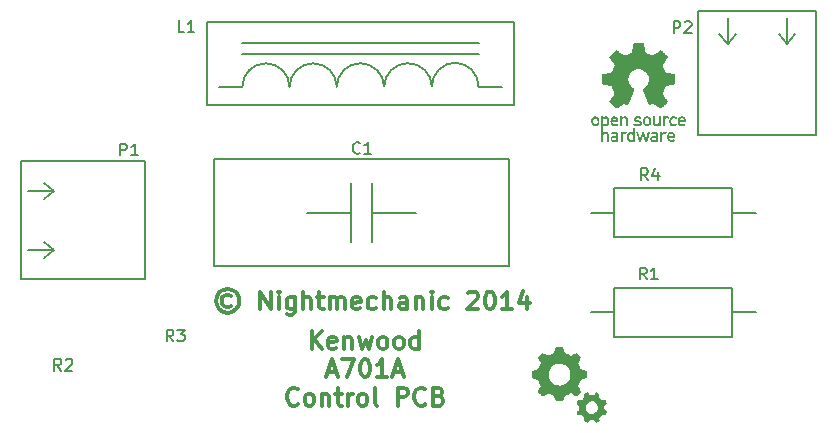
<source format=gto>
%FSLAX34Y34*%
G04 Gerber Fmt 3.4, Leading zero omitted, Abs format*
G04 (created by PCBNEW (2014-01-19 BZR 4624)-product) date 5/30/2014 10:24:27 AM*
%MOIN*%
G01*
G70*
G90*
G04 APERTURE LIST*
%ADD10C,0.005906*%
%ADD11C,0.011811*%
%ADD12C,0.007874*%
%ADD13C,0.000100*%
G04 APERTURE END LIST*
G54D10*
G54D11*
X32199Y-20427D02*
X32142Y-20399D01*
X32030Y-20399D01*
X31974Y-20427D01*
X31917Y-20483D01*
X31889Y-20539D01*
X31889Y-20652D01*
X31917Y-20708D01*
X31974Y-20764D01*
X32030Y-20793D01*
X32142Y-20793D01*
X32199Y-20764D01*
X32086Y-20202D02*
X31946Y-20230D01*
X31805Y-20314D01*
X31721Y-20455D01*
X31692Y-20596D01*
X31721Y-20736D01*
X31805Y-20877D01*
X31946Y-20961D01*
X32086Y-20989D01*
X32227Y-20961D01*
X32367Y-20877D01*
X32452Y-20736D01*
X32480Y-20596D01*
X32452Y-20455D01*
X32367Y-20314D01*
X32227Y-20230D01*
X32086Y-20202D01*
X33183Y-20877D02*
X33183Y-20286D01*
X33520Y-20877D01*
X33520Y-20286D01*
X33802Y-20877D02*
X33802Y-20483D01*
X33802Y-20286D02*
X33773Y-20314D01*
X33802Y-20343D01*
X33830Y-20314D01*
X33802Y-20286D01*
X33802Y-20343D01*
X34336Y-20483D02*
X34336Y-20961D01*
X34308Y-21017D01*
X34280Y-21046D01*
X34223Y-21074D01*
X34139Y-21074D01*
X34083Y-21046D01*
X34336Y-20849D02*
X34280Y-20877D01*
X34167Y-20877D01*
X34111Y-20849D01*
X34083Y-20821D01*
X34055Y-20764D01*
X34055Y-20596D01*
X34083Y-20539D01*
X34111Y-20511D01*
X34167Y-20483D01*
X34280Y-20483D01*
X34336Y-20511D01*
X34617Y-20877D02*
X34617Y-20286D01*
X34870Y-20877D02*
X34870Y-20568D01*
X34842Y-20511D01*
X34786Y-20483D01*
X34701Y-20483D01*
X34645Y-20511D01*
X34617Y-20539D01*
X35067Y-20483D02*
X35292Y-20483D01*
X35151Y-20286D02*
X35151Y-20793D01*
X35179Y-20849D01*
X35236Y-20877D01*
X35292Y-20877D01*
X35489Y-20877D02*
X35489Y-20483D01*
X35489Y-20539D02*
X35517Y-20511D01*
X35573Y-20483D01*
X35658Y-20483D01*
X35714Y-20511D01*
X35742Y-20568D01*
X35742Y-20877D01*
X35742Y-20568D02*
X35770Y-20511D01*
X35826Y-20483D01*
X35911Y-20483D01*
X35967Y-20511D01*
X35995Y-20568D01*
X35995Y-20877D01*
X36501Y-20849D02*
X36445Y-20877D01*
X36332Y-20877D01*
X36276Y-20849D01*
X36248Y-20793D01*
X36248Y-20568D01*
X36276Y-20511D01*
X36332Y-20483D01*
X36445Y-20483D01*
X36501Y-20511D01*
X36529Y-20568D01*
X36529Y-20624D01*
X36248Y-20680D01*
X37035Y-20849D02*
X36979Y-20877D01*
X36867Y-20877D01*
X36811Y-20849D01*
X36782Y-20821D01*
X36754Y-20764D01*
X36754Y-20596D01*
X36782Y-20539D01*
X36811Y-20511D01*
X36867Y-20483D01*
X36979Y-20483D01*
X37035Y-20511D01*
X37289Y-20877D02*
X37289Y-20286D01*
X37542Y-20877D02*
X37542Y-20568D01*
X37514Y-20511D01*
X37457Y-20483D01*
X37373Y-20483D01*
X37317Y-20511D01*
X37289Y-20539D01*
X38076Y-20877D02*
X38076Y-20568D01*
X38048Y-20511D01*
X37992Y-20483D01*
X37879Y-20483D01*
X37823Y-20511D01*
X38076Y-20849D02*
X38020Y-20877D01*
X37879Y-20877D01*
X37823Y-20849D01*
X37795Y-20793D01*
X37795Y-20736D01*
X37823Y-20680D01*
X37879Y-20652D01*
X38020Y-20652D01*
X38076Y-20624D01*
X38357Y-20483D02*
X38357Y-20877D01*
X38357Y-20539D02*
X38385Y-20511D01*
X38442Y-20483D01*
X38526Y-20483D01*
X38582Y-20511D01*
X38610Y-20568D01*
X38610Y-20877D01*
X38892Y-20877D02*
X38892Y-20483D01*
X38892Y-20286D02*
X38863Y-20314D01*
X38892Y-20343D01*
X38920Y-20314D01*
X38892Y-20286D01*
X38892Y-20343D01*
X39426Y-20849D02*
X39370Y-20877D01*
X39257Y-20877D01*
X39201Y-20849D01*
X39173Y-20821D01*
X39145Y-20764D01*
X39145Y-20596D01*
X39173Y-20539D01*
X39201Y-20511D01*
X39257Y-20483D01*
X39370Y-20483D01*
X39426Y-20511D01*
X40101Y-20343D02*
X40129Y-20314D01*
X40185Y-20286D01*
X40326Y-20286D01*
X40382Y-20314D01*
X40410Y-20343D01*
X40438Y-20399D01*
X40438Y-20455D01*
X40410Y-20539D01*
X40073Y-20877D01*
X40438Y-20877D01*
X40804Y-20286D02*
X40860Y-20286D01*
X40916Y-20314D01*
X40944Y-20343D01*
X40973Y-20399D01*
X41001Y-20511D01*
X41001Y-20652D01*
X40973Y-20764D01*
X40944Y-20821D01*
X40916Y-20849D01*
X40860Y-20877D01*
X40804Y-20877D01*
X40748Y-20849D01*
X40719Y-20821D01*
X40691Y-20764D01*
X40663Y-20652D01*
X40663Y-20511D01*
X40691Y-20399D01*
X40719Y-20343D01*
X40748Y-20314D01*
X40804Y-20286D01*
X41563Y-20877D02*
X41226Y-20877D01*
X41394Y-20877D02*
X41394Y-20286D01*
X41338Y-20371D01*
X41282Y-20427D01*
X41226Y-20455D01*
X42069Y-20483D02*
X42069Y-20877D01*
X41929Y-20258D02*
X41788Y-20680D01*
X42154Y-20680D01*
X34887Y-22196D02*
X34887Y-21605D01*
X35224Y-22196D02*
X34971Y-21858D01*
X35224Y-21605D02*
X34887Y-21943D01*
X35703Y-22168D02*
X35646Y-22196D01*
X35534Y-22196D01*
X35478Y-22168D01*
X35449Y-22111D01*
X35449Y-21886D01*
X35478Y-21830D01*
X35534Y-21802D01*
X35646Y-21802D01*
X35703Y-21830D01*
X35731Y-21886D01*
X35731Y-21943D01*
X35449Y-21999D01*
X35984Y-21802D02*
X35984Y-22196D01*
X35984Y-21858D02*
X36012Y-21830D01*
X36068Y-21802D01*
X36152Y-21802D01*
X36209Y-21830D01*
X36237Y-21886D01*
X36237Y-22196D01*
X36462Y-21802D02*
X36574Y-22196D01*
X36687Y-21915D01*
X36799Y-22196D01*
X36912Y-21802D01*
X37221Y-22196D02*
X37165Y-22168D01*
X37137Y-22140D01*
X37109Y-22083D01*
X37109Y-21915D01*
X37137Y-21858D01*
X37165Y-21830D01*
X37221Y-21802D01*
X37305Y-21802D01*
X37362Y-21830D01*
X37390Y-21858D01*
X37418Y-21915D01*
X37418Y-22083D01*
X37390Y-22140D01*
X37362Y-22168D01*
X37305Y-22196D01*
X37221Y-22196D01*
X37755Y-22196D02*
X37699Y-22168D01*
X37671Y-22140D01*
X37643Y-22083D01*
X37643Y-21915D01*
X37671Y-21858D01*
X37699Y-21830D01*
X37755Y-21802D01*
X37840Y-21802D01*
X37896Y-21830D01*
X37924Y-21858D01*
X37952Y-21915D01*
X37952Y-22083D01*
X37924Y-22140D01*
X37896Y-22168D01*
X37840Y-22196D01*
X37755Y-22196D01*
X38458Y-22196D02*
X38458Y-21605D01*
X38458Y-22168D02*
X38402Y-22196D01*
X38290Y-22196D01*
X38233Y-22168D01*
X38205Y-22140D01*
X38177Y-22083D01*
X38177Y-21915D01*
X38205Y-21858D01*
X38233Y-21830D01*
X38290Y-21802D01*
X38402Y-21802D01*
X38458Y-21830D01*
X35435Y-22972D02*
X35717Y-22972D01*
X35379Y-23141D02*
X35576Y-22550D01*
X35773Y-23141D01*
X35913Y-22550D02*
X36307Y-22550D01*
X36054Y-23141D01*
X36645Y-22550D02*
X36701Y-22550D01*
X36757Y-22578D01*
X36785Y-22606D01*
X36813Y-22663D01*
X36841Y-22775D01*
X36841Y-22916D01*
X36813Y-23028D01*
X36785Y-23084D01*
X36757Y-23113D01*
X36701Y-23141D01*
X36645Y-23141D01*
X36588Y-23113D01*
X36560Y-23084D01*
X36532Y-23028D01*
X36504Y-22916D01*
X36504Y-22775D01*
X36532Y-22663D01*
X36560Y-22606D01*
X36588Y-22578D01*
X36645Y-22550D01*
X37404Y-23141D02*
X37066Y-23141D01*
X37235Y-23141D02*
X37235Y-22550D01*
X37179Y-22634D01*
X37123Y-22691D01*
X37066Y-22719D01*
X37629Y-22972D02*
X37910Y-22972D01*
X37573Y-23141D02*
X37769Y-22550D01*
X37966Y-23141D01*
X34437Y-24029D02*
X34409Y-24057D01*
X34325Y-24086D01*
X34268Y-24086D01*
X34184Y-24057D01*
X34128Y-24001D01*
X34100Y-23945D01*
X34071Y-23832D01*
X34071Y-23748D01*
X34100Y-23636D01*
X34128Y-23579D01*
X34184Y-23523D01*
X34268Y-23495D01*
X34325Y-23495D01*
X34409Y-23523D01*
X34437Y-23551D01*
X34775Y-24086D02*
X34718Y-24057D01*
X34690Y-24029D01*
X34662Y-23973D01*
X34662Y-23804D01*
X34690Y-23748D01*
X34718Y-23720D01*
X34775Y-23692D01*
X34859Y-23692D01*
X34915Y-23720D01*
X34943Y-23748D01*
X34971Y-23804D01*
X34971Y-23973D01*
X34943Y-24029D01*
X34915Y-24057D01*
X34859Y-24086D01*
X34775Y-24086D01*
X35224Y-23692D02*
X35224Y-24086D01*
X35224Y-23748D02*
X35253Y-23720D01*
X35309Y-23692D01*
X35393Y-23692D01*
X35449Y-23720D01*
X35478Y-23776D01*
X35478Y-24086D01*
X35674Y-23692D02*
X35899Y-23692D01*
X35759Y-23495D02*
X35759Y-24001D01*
X35787Y-24057D01*
X35843Y-24086D01*
X35899Y-24086D01*
X36096Y-24086D02*
X36096Y-23692D01*
X36096Y-23804D02*
X36124Y-23748D01*
X36152Y-23720D01*
X36209Y-23692D01*
X36265Y-23692D01*
X36546Y-24086D02*
X36490Y-24057D01*
X36462Y-24029D01*
X36434Y-23973D01*
X36434Y-23804D01*
X36462Y-23748D01*
X36490Y-23720D01*
X36546Y-23692D01*
X36631Y-23692D01*
X36687Y-23720D01*
X36715Y-23748D01*
X36743Y-23804D01*
X36743Y-23973D01*
X36715Y-24029D01*
X36687Y-24057D01*
X36631Y-24086D01*
X36546Y-24086D01*
X37080Y-24086D02*
X37024Y-24057D01*
X36996Y-24001D01*
X36996Y-23495D01*
X37755Y-24086D02*
X37755Y-23495D01*
X37980Y-23495D01*
X38037Y-23523D01*
X38065Y-23551D01*
X38093Y-23607D01*
X38093Y-23692D01*
X38065Y-23748D01*
X38037Y-23776D01*
X37980Y-23804D01*
X37755Y-23804D01*
X38683Y-24029D02*
X38655Y-24057D01*
X38571Y-24086D01*
X38515Y-24086D01*
X38430Y-24057D01*
X38374Y-24001D01*
X38346Y-23945D01*
X38318Y-23832D01*
X38318Y-23748D01*
X38346Y-23636D01*
X38374Y-23579D01*
X38430Y-23523D01*
X38515Y-23495D01*
X38571Y-23495D01*
X38655Y-23523D01*
X38683Y-23551D01*
X39133Y-23776D02*
X39218Y-23804D01*
X39246Y-23832D01*
X39274Y-23889D01*
X39274Y-23973D01*
X39246Y-24029D01*
X39218Y-24057D01*
X39161Y-24086D01*
X38937Y-24086D01*
X38937Y-23495D01*
X39133Y-23495D01*
X39190Y-23523D01*
X39218Y-23551D01*
X39246Y-23607D01*
X39246Y-23664D01*
X39218Y-23720D01*
X39190Y-23748D01*
X39133Y-23776D01*
X38937Y-23776D01*
G54D10*
X40452Y-11988D02*
X32578Y-11988D01*
X32578Y-12381D02*
X40452Y-12381D01*
X40452Y-13464D02*
X41240Y-13464D01*
X32559Y-13464D02*
X31791Y-13464D01*
X40452Y-13464D02*
G75*
G03X39685Y-12657I-787J19D01*
G74*
G01*
X39685Y-12657D02*
G75*
G03X38897Y-13444I0J-787D01*
G74*
G01*
X38897Y-13444D02*
G75*
G03X38090Y-12677I-787J-19D01*
G74*
G01*
X38090Y-12677D02*
G75*
G03X37303Y-13464I0J-787D01*
G74*
G01*
X37303Y-13464D02*
G75*
G03X36515Y-12677I-787J0D01*
G74*
G01*
X36515Y-12677D02*
G75*
G03X35728Y-13464I0J-787D01*
G74*
G01*
X35728Y-13464D02*
G75*
G03X34940Y-12677I-787J0D01*
G74*
G01*
X34940Y-12677D02*
G75*
G03X34153Y-13464I0J-787D01*
G74*
G01*
X34153Y-13464D02*
G75*
G03X33366Y-12677I-787J0D01*
G74*
G01*
X33366Y-12677D02*
G75*
G03X32578Y-13464I0J-787D01*
G74*
G01*
X31397Y-11299D02*
X41633Y-11299D01*
X41633Y-11299D02*
X41633Y-14055D01*
X41633Y-14055D02*
X31397Y-14055D01*
X31397Y-14055D02*
X31397Y-11299D01*
X36909Y-16673D02*
X36909Y-18641D01*
X36200Y-16673D02*
X36200Y-18641D01*
X36909Y-17657D02*
X38385Y-17657D01*
X34724Y-17657D02*
X36200Y-17657D01*
X31633Y-15885D02*
X41476Y-15885D01*
X41476Y-15885D02*
X41476Y-19429D01*
X41476Y-19429D02*
X31633Y-19429D01*
X31633Y-19429D02*
X31633Y-15885D01*
X26318Y-18897D02*
X25964Y-19173D01*
X25433Y-18897D02*
X26318Y-18897D01*
X26318Y-18897D02*
X25964Y-18622D01*
X26318Y-16929D02*
X25964Y-17204D01*
X25433Y-16929D02*
X26318Y-16929D01*
X26318Y-16929D02*
X25964Y-16653D01*
X29330Y-15944D02*
X29330Y-19881D01*
X29330Y-19881D02*
X25196Y-19881D01*
X25196Y-15944D02*
X29330Y-15944D01*
X25196Y-19881D02*
X25196Y-15944D01*
X48759Y-12047D02*
X48484Y-11692D01*
X48759Y-11161D02*
X48759Y-12047D01*
X48759Y-12047D02*
X49035Y-11692D01*
X50728Y-12047D02*
X50452Y-11692D01*
X50728Y-11161D02*
X50728Y-12047D01*
X50728Y-12047D02*
X51003Y-11692D01*
X51712Y-15059D02*
X47775Y-15059D01*
X47775Y-15059D02*
X47775Y-10925D01*
X51712Y-10925D02*
X51712Y-15059D01*
X47775Y-10925D02*
X51712Y-10925D01*
G54D12*
X44980Y-20984D02*
X44980Y-20157D01*
X44980Y-20157D02*
X48917Y-20157D01*
X48917Y-20157D02*
X48917Y-20984D01*
X48917Y-20984D02*
X49704Y-20984D01*
X49704Y-20984D02*
X48917Y-20984D01*
X48917Y-20984D02*
X48917Y-21811D01*
X48917Y-21811D02*
X44980Y-21811D01*
X44980Y-21811D02*
X44980Y-20984D01*
X44192Y-20984D02*
X44980Y-20984D01*
X44980Y-17657D02*
X44980Y-16830D01*
X44980Y-16830D02*
X48917Y-16830D01*
X48917Y-16830D02*
X48917Y-17657D01*
X48917Y-17657D02*
X49704Y-17657D01*
X49704Y-17657D02*
X48917Y-17657D01*
X48917Y-17657D02*
X48917Y-18484D01*
X48917Y-18484D02*
X44980Y-18484D01*
X44980Y-18484D02*
X44980Y-17657D01*
X44192Y-17657D02*
X44980Y-17657D01*
G54D13*
G36*
X43043Y-23951D02*
X43006Y-23853D01*
X42970Y-23754D01*
X42936Y-23745D01*
X42921Y-23740D01*
X42905Y-23735D01*
X42885Y-23728D01*
X42859Y-23718D01*
X42826Y-23704D01*
X42794Y-23691D01*
X42787Y-23689D01*
X42778Y-23689D01*
X42766Y-23692D01*
X42750Y-23698D01*
X42726Y-23709D01*
X42693Y-23724D01*
X42683Y-23728D01*
X42652Y-23743D01*
X42624Y-23756D01*
X42602Y-23765D01*
X42587Y-23771D01*
X42583Y-23773D01*
X42577Y-23768D01*
X42563Y-23757D01*
X42545Y-23739D01*
X42522Y-23717D01*
X42502Y-23697D01*
X42427Y-23622D01*
X42473Y-23524D01*
X42519Y-23427D01*
X42515Y-23419D01*
X43156Y-23419D01*
X43211Y-23413D01*
X43275Y-23397D01*
X43333Y-23371D01*
X43383Y-23336D01*
X43427Y-23295D01*
X43462Y-23248D01*
X43489Y-23197D01*
X43508Y-23142D01*
X43518Y-23084D01*
X43518Y-23026D01*
X43509Y-22967D01*
X43490Y-22910D01*
X43460Y-22855D01*
X43420Y-22804D01*
X43411Y-22794D01*
X43360Y-22751D01*
X43305Y-22719D01*
X43247Y-22698D01*
X43187Y-22687D01*
X43127Y-22686D01*
X43068Y-22695D01*
X43011Y-22714D01*
X42957Y-22742D01*
X42909Y-22779D01*
X42866Y-22825D01*
X42830Y-22880D01*
X42821Y-22897D01*
X42798Y-22959D01*
X42787Y-23023D01*
X42789Y-23088D01*
X42802Y-23155D01*
X42805Y-23164D01*
X42829Y-23222D01*
X42864Y-23276D01*
X42908Y-23323D01*
X42959Y-23362D01*
X43015Y-23391D01*
X43032Y-23398D01*
X43095Y-23414D01*
X43156Y-23419D01*
X42515Y-23419D01*
X42492Y-23370D01*
X42478Y-23341D01*
X42464Y-23310D01*
X42454Y-23283D01*
X42451Y-23274D01*
X42437Y-23234D01*
X42333Y-23198D01*
X42229Y-23162D01*
X42229Y-23052D01*
X42229Y-23010D01*
X42230Y-22978D01*
X42231Y-22957D01*
X42234Y-22944D01*
X42236Y-22939D01*
X42237Y-22939D01*
X42245Y-22936D01*
X42263Y-22930D01*
X42288Y-22921D01*
X42318Y-22911D01*
X42340Y-22903D01*
X42435Y-22870D01*
X42446Y-22840D01*
X42453Y-22822D01*
X42464Y-22797D01*
X42477Y-22768D01*
X42489Y-22744D01*
X42520Y-22677D01*
X42488Y-22608D01*
X42474Y-22578D01*
X42461Y-22549D01*
X42449Y-22525D01*
X42442Y-22510D01*
X42429Y-22480D01*
X42507Y-22403D01*
X42584Y-22326D01*
X42680Y-22372D01*
X42777Y-22418D01*
X42834Y-22389D01*
X42863Y-22375D01*
X42894Y-22362D01*
X42921Y-22351D01*
X42930Y-22347D01*
X42970Y-22334D01*
X43007Y-22229D01*
X43043Y-22124D01*
X43154Y-22125D01*
X43264Y-22127D01*
X43273Y-22152D01*
X43290Y-22203D01*
X43304Y-22244D01*
X43316Y-22276D01*
X43325Y-22300D01*
X43332Y-22317D01*
X43338Y-22328D01*
X43344Y-22335D01*
X43349Y-22339D01*
X43356Y-22341D01*
X43358Y-22342D01*
X43371Y-22346D01*
X43392Y-22355D01*
X43418Y-22366D01*
X43448Y-22381D01*
X43452Y-22383D01*
X43527Y-22420D01*
X43624Y-22374D01*
X43721Y-22328D01*
X43799Y-22405D01*
X43876Y-22482D01*
X43831Y-22578D01*
X43816Y-22609D01*
X43803Y-22637D01*
X43793Y-22659D01*
X43787Y-22674D01*
X43785Y-22679D01*
X43788Y-22687D01*
X43795Y-22703D01*
X43804Y-22724D01*
X43807Y-22729D01*
X43820Y-22758D01*
X43832Y-22792D01*
X43842Y-22820D01*
X43856Y-22868D01*
X43927Y-22894D01*
X43958Y-22905D01*
X43987Y-22916D01*
X44011Y-22925D01*
X44025Y-22930D01*
X44053Y-22941D01*
X44055Y-23051D01*
X44056Y-23162D01*
X44009Y-23179D01*
X43978Y-23190D01*
X43944Y-23203D01*
X43912Y-23214D01*
X43910Y-23215D01*
X43858Y-23234D01*
X43841Y-23287D01*
X43831Y-23318D01*
X43818Y-23351D01*
X43806Y-23379D01*
X43805Y-23383D01*
X43785Y-23426D01*
X43831Y-23524D01*
X43878Y-23621D01*
X43803Y-23697D01*
X43778Y-23722D01*
X43756Y-23743D01*
X43738Y-23759D01*
X43726Y-23770D01*
X43722Y-23773D01*
X43715Y-23770D01*
X43699Y-23763D01*
X43676Y-23752D01*
X43647Y-23739D01*
X43621Y-23726D01*
X43526Y-23680D01*
X43485Y-23700D01*
X43459Y-23711D01*
X43428Y-23724D01*
X43396Y-23736D01*
X43389Y-23738D01*
X43335Y-23757D01*
X43300Y-23852D01*
X43264Y-23948D01*
X43153Y-23950D01*
X43043Y-23951D01*
X43043Y-23951D01*
X43043Y-23951D01*
G37*
G36*
X44087Y-24657D02*
X44031Y-24634D01*
X43975Y-24611D01*
X43976Y-24549D01*
X43977Y-24487D01*
X43935Y-24446D01*
X43893Y-24404D01*
X43841Y-24406D01*
X43816Y-24406D01*
X43795Y-24408D01*
X43781Y-24409D01*
X43779Y-24409D01*
X43774Y-24408D01*
X43769Y-24401D01*
X43761Y-24387D01*
X43751Y-24365D01*
X43748Y-24359D01*
X44223Y-24359D01*
X44268Y-24355D01*
X44312Y-24342D01*
X44352Y-24318D01*
X44382Y-24291D01*
X44411Y-24254D01*
X44428Y-24215D01*
X44436Y-24172D01*
X44436Y-24139D01*
X44430Y-24095D01*
X44417Y-24057D01*
X44394Y-24024D01*
X44367Y-23995D01*
X44327Y-23966D01*
X44286Y-23948D01*
X44244Y-23941D01*
X44203Y-23942D01*
X44163Y-23952D01*
X44125Y-23970D01*
X44092Y-23995D01*
X44063Y-24025D01*
X44041Y-24060D01*
X44026Y-24099D01*
X44020Y-24142D01*
X44024Y-24186D01*
X44038Y-24233D01*
X44040Y-24238D01*
X44066Y-24280D01*
X44098Y-24313D01*
X44137Y-24338D01*
X44179Y-24353D01*
X44223Y-24359D01*
X43748Y-24359D01*
X43738Y-24333D01*
X43726Y-24304D01*
X43729Y-24297D01*
X43740Y-24285D01*
X43757Y-24269D01*
X43769Y-24259D01*
X43815Y-24221D01*
X43814Y-24166D01*
X43813Y-24111D01*
X43769Y-24066D01*
X43750Y-24047D01*
X43735Y-24031D01*
X43726Y-24019D01*
X43725Y-24015D01*
X43727Y-24007D01*
X43733Y-23991D01*
X43741Y-23968D01*
X43747Y-23952D01*
X43769Y-23895D01*
X43830Y-23896D01*
X43891Y-23898D01*
X43934Y-23855D01*
X43977Y-23813D01*
X43975Y-23751D01*
X43973Y-23689D01*
X44030Y-23665D01*
X44088Y-23642D01*
X44120Y-23677D01*
X44136Y-23696D01*
X44150Y-23713D01*
X44159Y-23723D01*
X44159Y-23724D01*
X44165Y-23730D01*
X44174Y-23733D01*
X44189Y-23735D01*
X44213Y-23736D01*
X44227Y-23736D01*
X44287Y-23736D01*
X44330Y-23690D01*
X44373Y-23643D01*
X44428Y-23667D01*
X44484Y-23690D01*
X44482Y-23750D01*
X44480Y-23810D01*
X44524Y-23854D01*
X44568Y-23898D01*
X44630Y-23898D01*
X44692Y-23899D01*
X44714Y-23953D01*
X44736Y-24008D01*
X44691Y-24049D01*
X44647Y-24089D01*
X44646Y-24150D01*
X44645Y-24210D01*
X44689Y-24248D01*
X44707Y-24266D01*
X44722Y-24281D01*
X44731Y-24292D01*
X44732Y-24295D01*
X44730Y-24305D01*
X44724Y-24323D01*
X44715Y-24345D01*
X44711Y-24354D01*
X44690Y-24403D01*
X44629Y-24402D01*
X44568Y-24401D01*
X44524Y-24445D01*
X44479Y-24489D01*
X44483Y-24548D01*
X44487Y-24608D01*
X44434Y-24630D01*
X44410Y-24640D01*
X44390Y-24647D01*
X44377Y-24652D01*
X44374Y-24652D01*
X44367Y-24648D01*
X44354Y-24636D01*
X44338Y-24619D01*
X44328Y-24609D01*
X44289Y-24566D01*
X44229Y-24566D01*
X44170Y-24566D01*
X44128Y-24612D01*
X44087Y-24657D01*
X44087Y-24657D01*
X44087Y-24657D01*
G37*
G36*
X45112Y-15292D02*
X45081Y-15292D01*
X45050Y-15292D01*
X45050Y-15278D01*
X45050Y-15173D01*
X45050Y-15152D01*
X45004Y-15152D01*
X44975Y-15153D01*
X44954Y-15155D01*
X44939Y-15158D01*
X44928Y-15163D01*
X44920Y-15171D01*
X44917Y-15177D01*
X44912Y-15188D01*
X44912Y-15196D01*
X44915Y-15206D01*
X44915Y-15207D01*
X44926Y-15222D01*
X44935Y-15228D01*
X44948Y-15231D01*
X44965Y-15233D01*
X44984Y-15234D01*
X45003Y-15233D01*
X45018Y-15232D01*
X45026Y-15229D01*
X45037Y-15219D01*
X45045Y-15203D01*
X45050Y-15183D01*
X45050Y-15173D01*
X45050Y-15278D01*
X45050Y-15268D01*
X45049Y-15263D01*
X45049Y-15263D01*
X45045Y-15266D01*
X45038Y-15272D01*
X45034Y-15275D01*
X45022Y-15284D01*
X45006Y-15290D01*
X44995Y-15292D01*
X44980Y-15294D01*
X44969Y-15296D01*
X44959Y-15295D01*
X44947Y-15294D01*
X44938Y-15292D01*
X44911Y-15284D01*
X44887Y-15271D01*
X44873Y-15257D01*
X44860Y-15235D01*
X44853Y-15210D01*
X44853Y-15184D01*
X44859Y-15160D01*
X44871Y-15138D01*
X44889Y-15120D01*
X44896Y-15116D01*
X44904Y-15111D01*
X44911Y-15108D01*
X44920Y-15106D01*
X44931Y-15104D01*
X44946Y-15103D01*
X44968Y-15102D01*
X44982Y-15102D01*
X45048Y-15100D01*
X45050Y-15080D01*
X45049Y-15059D01*
X45044Y-15044D01*
X45033Y-15033D01*
X45017Y-15027D01*
X44994Y-15024D01*
X44981Y-15023D01*
X44963Y-15024D01*
X44951Y-15025D01*
X44941Y-15029D01*
X44933Y-15034D01*
X44925Y-15039D01*
X44918Y-15041D01*
X44912Y-15040D01*
X44903Y-15035D01*
X44891Y-15025D01*
X44887Y-15022D01*
X44867Y-15007D01*
X44881Y-14994D01*
X44895Y-14982D01*
X44909Y-14974D01*
X44927Y-14969D01*
X44942Y-14965D01*
X44973Y-14962D01*
X45004Y-14963D01*
X45033Y-14968D01*
X45059Y-14977D01*
X45080Y-14990D01*
X45089Y-14999D01*
X45095Y-15007D01*
X45100Y-15014D01*
X45104Y-15023D01*
X45107Y-15033D01*
X45109Y-15047D01*
X45111Y-15064D01*
X45112Y-15086D01*
X45112Y-15114D01*
X45112Y-15149D01*
X45112Y-15170D01*
X45112Y-15292D01*
X45112Y-15292D01*
X45112Y-15292D01*
G37*
G36*
X45671Y-15292D02*
X45640Y-15292D01*
X45609Y-15292D01*
X45609Y-15276D01*
X45608Y-15264D01*
X45605Y-15260D01*
X45605Y-15131D01*
X45605Y-15103D01*
X45603Y-15082D01*
X45599Y-15066D01*
X45594Y-15053D01*
X45585Y-15043D01*
X45582Y-15040D01*
X45565Y-15031D01*
X45545Y-15026D01*
X45524Y-15028D01*
X45504Y-15035D01*
X45493Y-15044D01*
X45485Y-15056D01*
X45480Y-15073D01*
X45477Y-15096D01*
X45476Y-15125D01*
X45476Y-15128D01*
X45477Y-15149D01*
X45478Y-15168D01*
X45479Y-15183D01*
X45481Y-15191D01*
X45489Y-15206D01*
X45501Y-15219D01*
X45512Y-15226D01*
X45527Y-15230D01*
X45546Y-15230D01*
X45564Y-15226D01*
X45575Y-15222D01*
X45587Y-15212D01*
X45596Y-15198D01*
X45602Y-15180D01*
X45605Y-15155D01*
X45605Y-15131D01*
X45605Y-15260D01*
X45605Y-15260D01*
X45599Y-15263D01*
X45595Y-15267D01*
X45581Y-15278D01*
X45561Y-15286D01*
X45538Y-15292D01*
X45515Y-15294D01*
X45498Y-15292D01*
X45472Y-15283D01*
X45449Y-15268D01*
X45431Y-15247D01*
X45418Y-15223D01*
X45418Y-15220D01*
X45415Y-15208D01*
X45414Y-15188D01*
X45413Y-15160D01*
X45413Y-15125D01*
X45413Y-15125D01*
X45413Y-15097D01*
X45413Y-15076D01*
X45414Y-15061D01*
X45415Y-15049D01*
X45417Y-15040D01*
X45419Y-15032D01*
X45422Y-15024D01*
X45438Y-14999D01*
X45458Y-14981D01*
X45484Y-14969D01*
X45508Y-14963D01*
X45534Y-14963D01*
X45559Y-14970D01*
X45584Y-14984D01*
X45596Y-14992D01*
X45604Y-14997D01*
X45607Y-14998D01*
X45608Y-14995D01*
X45608Y-14984D01*
X45609Y-14967D01*
X45609Y-14945D01*
X45609Y-14921D01*
X45609Y-14916D01*
X45609Y-14833D01*
X45640Y-14833D01*
X45671Y-14833D01*
X45671Y-15063D01*
X45671Y-15292D01*
X45671Y-15292D01*
X45671Y-15292D01*
G37*
G36*
X46441Y-15292D02*
X46408Y-15292D01*
X46375Y-15292D01*
X46375Y-15178D01*
X46375Y-15151D01*
X46321Y-15152D01*
X46299Y-15153D01*
X46282Y-15154D01*
X46271Y-15156D01*
X46264Y-15158D01*
X46258Y-15161D01*
X46256Y-15162D01*
X46244Y-15176D01*
X46240Y-15191D01*
X46242Y-15206D01*
X46251Y-15219D01*
X46263Y-15227D01*
X46277Y-15232D01*
X46297Y-15234D01*
X46318Y-15234D01*
X46337Y-15232D01*
X46352Y-15229D01*
X46363Y-15222D01*
X46370Y-15214D01*
X46374Y-15201D01*
X46375Y-15182D01*
X46375Y-15178D01*
X46375Y-15292D01*
X46375Y-15277D01*
X46374Y-15261D01*
X46367Y-15271D01*
X46357Y-15279D01*
X46345Y-15286D01*
X46345Y-15286D01*
X46330Y-15290D01*
X46310Y-15293D01*
X46290Y-15294D01*
X46273Y-15294D01*
X46244Y-15286D01*
X46218Y-15273D01*
X46199Y-15254D01*
X46187Y-15234D01*
X46182Y-15215D01*
X46180Y-15192D01*
X46183Y-15171D01*
X46187Y-15157D01*
X46197Y-15138D01*
X46212Y-15123D01*
X46232Y-15112D01*
X46241Y-15108D01*
X46250Y-15105D01*
X46260Y-15104D01*
X46273Y-15103D01*
X46291Y-15102D01*
X46314Y-15102D01*
X46375Y-15102D01*
X46375Y-15074D01*
X46374Y-15058D01*
X46373Y-15048D01*
X46369Y-15041D01*
X46364Y-15035D01*
X46359Y-15031D01*
X46353Y-15028D01*
X46344Y-15026D01*
X46331Y-15026D01*
X46312Y-15025D01*
X46311Y-15025D01*
X46291Y-15026D01*
X46278Y-15026D01*
X46269Y-15028D01*
X46263Y-15031D01*
X46258Y-15035D01*
X46250Y-15041D01*
X46245Y-15044D01*
X46245Y-15044D01*
X46240Y-15042D01*
X46231Y-15035D01*
X46220Y-15027D01*
X46210Y-15018D01*
X46202Y-15010D01*
X46199Y-15006D01*
X46199Y-15005D01*
X46202Y-15000D01*
X46211Y-14992D01*
X46223Y-14983D01*
X46236Y-14975D01*
X46249Y-14970D01*
X46252Y-14969D01*
X46268Y-14966D01*
X46288Y-14964D01*
X46312Y-14964D01*
X46336Y-14965D01*
X46357Y-14967D01*
X46373Y-14970D01*
X46374Y-14971D01*
X46399Y-14984D01*
X46418Y-15001D01*
X46429Y-15018D01*
X46432Y-15024D01*
X46434Y-15030D01*
X46436Y-15036D01*
X46437Y-15045D01*
X46438Y-15057D01*
X46439Y-15072D01*
X46439Y-15093D01*
X46440Y-15119D01*
X46440Y-15152D01*
X46440Y-15165D01*
X46441Y-15292D01*
X46441Y-15292D01*
X46441Y-15292D01*
G37*
G36*
X47008Y-15152D02*
X46942Y-15152D01*
X46942Y-15102D01*
X46942Y-15090D01*
X46939Y-15075D01*
X46931Y-15058D01*
X46920Y-15043D01*
X46909Y-15033D01*
X46895Y-15026D01*
X46878Y-15023D01*
X46873Y-15023D01*
X46849Y-15026D01*
X46831Y-15034D01*
X46818Y-15047D01*
X46812Y-15058D01*
X46807Y-15071D01*
X46804Y-15085D01*
X46802Y-15095D01*
X46803Y-15098D01*
X46808Y-15099D01*
X46820Y-15101D01*
X46838Y-15101D01*
X46861Y-15102D01*
X46874Y-15102D01*
X46942Y-15102D01*
X46942Y-15152D01*
X46904Y-15152D01*
X46872Y-15152D01*
X46846Y-15152D01*
X46828Y-15152D01*
X46815Y-15153D01*
X46806Y-15155D01*
X46802Y-15158D01*
X46801Y-15163D01*
X46802Y-15169D01*
X46804Y-15177D01*
X46805Y-15181D01*
X46815Y-15202D01*
X46830Y-15218D01*
X46850Y-15229D01*
X46872Y-15234D01*
X46897Y-15233D01*
X46921Y-15225D01*
X46934Y-15218D01*
X46955Y-15205D01*
X46977Y-15224D01*
X46999Y-15243D01*
X46981Y-15259D01*
X46956Y-15276D01*
X46926Y-15288D01*
X46893Y-15294D01*
X46861Y-15293D01*
X46853Y-15292D01*
X46821Y-15283D01*
X46793Y-15268D01*
X46771Y-15246D01*
X46755Y-15218D01*
X46744Y-15185D01*
X46739Y-15145D01*
X46739Y-15130D01*
X46742Y-15089D01*
X46750Y-15053D01*
X46764Y-15022D01*
X46784Y-14997D01*
X46808Y-14979D01*
X46819Y-14973D01*
X46843Y-14966D01*
X46871Y-14963D01*
X46899Y-14965D01*
X46924Y-14972D01*
X46927Y-14973D01*
X46955Y-14990D01*
X46977Y-15012D01*
X46993Y-15041D01*
X47003Y-15075D01*
X47008Y-15116D01*
X47008Y-15128D01*
X47008Y-15152D01*
X47008Y-15152D01*
X47008Y-15152D01*
G37*
G36*
X44802Y-15292D02*
X44771Y-15292D01*
X44741Y-15292D01*
X44739Y-15184D01*
X44739Y-15149D01*
X44738Y-15121D01*
X44737Y-15100D01*
X44736Y-15083D01*
X44733Y-15071D01*
X44730Y-15062D01*
X44726Y-15054D01*
X44721Y-15048D01*
X44714Y-15041D01*
X44714Y-15041D01*
X44697Y-15030D01*
X44677Y-15026D01*
X44657Y-15028D01*
X44638Y-15036D01*
X44622Y-15049D01*
X44615Y-15061D01*
X44613Y-15066D01*
X44611Y-15073D01*
X44609Y-15082D01*
X44609Y-15094D01*
X44608Y-15111D01*
X44608Y-15133D01*
X44607Y-15162D01*
X44607Y-15184D01*
X44607Y-15292D01*
X44574Y-15292D01*
X44541Y-15292D01*
X44541Y-14870D01*
X44541Y-14448D01*
X44574Y-14448D01*
X44607Y-14448D01*
X44607Y-14465D01*
X44607Y-14483D01*
X44619Y-14472D01*
X44640Y-14457D01*
X44666Y-14447D01*
X44694Y-14444D01*
X44723Y-14447D01*
X44729Y-14449D01*
X44746Y-14457D01*
X44764Y-14471D01*
X44780Y-14488D01*
X44791Y-14506D01*
X44792Y-14509D01*
X44795Y-14517D01*
X44797Y-14527D01*
X44798Y-14539D01*
X44799Y-14555D01*
X44800Y-14576D01*
X44800Y-14604D01*
X44800Y-14609D01*
X44800Y-14643D01*
X44799Y-14669D01*
X44797Y-14689D01*
X44794Y-14705D01*
X44789Y-14718D01*
X44782Y-14729D01*
X44773Y-14739D01*
X44765Y-14747D01*
X44740Y-14764D01*
X44738Y-14765D01*
X44738Y-14609D01*
X44737Y-14581D01*
X44734Y-14559D01*
X44730Y-14542D01*
X44723Y-14530D01*
X44713Y-14519D01*
X44710Y-14517D01*
X44693Y-14509D01*
X44673Y-14507D01*
X44653Y-14510D01*
X44635Y-14519D01*
X44621Y-14532D01*
X44617Y-14538D01*
X44613Y-14551D01*
X44611Y-14570D01*
X44609Y-14592D01*
X44609Y-14616D01*
X44610Y-14640D01*
X44612Y-14660D01*
X44615Y-14676D01*
X44617Y-14681D01*
X44629Y-14695D01*
X44646Y-14706D01*
X44665Y-14711D01*
X44685Y-14712D01*
X44704Y-14706D01*
X44710Y-14702D01*
X44721Y-14692D01*
X44729Y-14680D01*
X44734Y-14665D01*
X44736Y-14645D01*
X44737Y-14618D01*
X44738Y-14609D01*
X44738Y-14765D01*
X44714Y-14773D01*
X44686Y-14775D01*
X44658Y-14770D01*
X44632Y-14756D01*
X44621Y-14748D01*
X44607Y-14737D01*
X44607Y-14868D01*
X44607Y-14999D01*
X44623Y-14986D01*
X44649Y-14971D01*
X44676Y-14963D01*
X44704Y-14962D01*
X44731Y-14969D01*
X44757Y-14983D01*
X44769Y-14995D01*
X44778Y-15004D01*
X44785Y-15012D01*
X44790Y-15022D01*
X44795Y-15033D01*
X44798Y-15047D01*
X44800Y-15065D01*
X44801Y-15087D01*
X44802Y-15115D01*
X44802Y-15150D01*
X44802Y-15175D01*
X44802Y-15292D01*
X44802Y-15292D01*
X44802Y-15292D01*
G37*
G36*
X45404Y-14987D02*
X45401Y-14993D01*
X45393Y-15002D01*
X45385Y-15012D01*
X45375Y-15024D01*
X45367Y-15033D01*
X45363Y-15039D01*
X45362Y-15039D01*
X45359Y-15038D01*
X45350Y-15035D01*
X45348Y-15033D01*
X45335Y-15029D01*
X45320Y-15027D01*
X45314Y-15027D01*
X45295Y-15029D01*
X45279Y-15037D01*
X45265Y-15052D01*
X45262Y-15056D01*
X45260Y-15061D01*
X45257Y-15065D01*
X45256Y-15071D01*
X45255Y-15079D01*
X45254Y-15091D01*
X45253Y-15107D01*
X45253Y-15128D01*
X45253Y-15156D01*
X45253Y-15181D01*
X45253Y-15292D01*
X45220Y-15292D01*
X45187Y-15292D01*
X45187Y-15129D01*
X45187Y-14965D01*
X45220Y-14965D01*
X45253Y-14965D01*
X45253Y-14982D01*
X45253Y-14999D01*
X45269Y-14986D01*
X45288Y-14974D01*
X45311Y-14965D01*
X45334Y-14961D01*
X45338Y-14961D01*
X45352Y-14963D01*
X45369Y-14967D01*
X45386Y-14973D01*
X45398Y-14979D01*
X45400Y-14980D01*
X45403Y-14983D01*
X45404Y-14987D01*
X45404Y-14987D01*
X45404Y-14987D01*
G37*
G36*
X46171Y-14965D02*
X46119Y-15129D01*
X46066Y-15293D01*
X46038Y-15291D01*
X46009Y-15290D01*
X45976Y-15178D01*
X45967Y-15148D01*
X45959Y-15122D01*
X45952Y-15100D01*
X45946Y-15082D01*
X45942Y-15070D01*
X45940Y-15065D01*
X45940Y-15065D01*
X45938Y-15069D01*
X45935Y-15079D01*
X45929Y-15095D01*
X45923Y-15116D01*
X45915Y-15140D01*
X45907Y-15165D01*
X45899Y-15192D01*
X45891Y-15219D01*
X45883Y-15244D01*
X45877Y-15267D01*
X45873Y-15279D01*
X45869Y-15292D01*
X45841Y-15292D01*
X45813Y-15292D01*
X45775Y-15171D01*
X45764Y-15139D01*
X45754Y-15106D01*
X45744Y-15076D01*
X45735Y-15049D01*
X45728Y-15026D01*
X45723Y-15010D01*
X45722Y-15008D01*
X45709Y-14965D01*
X45743Y-14965D01*
X45777Y-14965D01*
X45807Y-15079D01*
X45815Y-15108D01*
X45823Y-15135D01*
X45829Y-15158D01*
X45835Y-15176D01*
X45839Y-15188D01*
X45841Y-15193D01*
X45841Y-15193D01*
X45843Y-15189D01*
X45847Y-15180D01*
X45852Y-15166D01*
X45853Y-15163D01*
X45857Y-15150D01*
X45863Y-15130D01*
X45871Y-15107D01*
X45879Y-15080D01*
X45888Y-15053D01*
X45890Y-15049D01*
X45917Y-14965D01*
X45940Y-14965D01*
X45963Y-14965D01*
X45974Y-15000D01*
X45990Y-15048D01*
X46003Y-15088D01*
X46014Y-15122D01*
X46022Y-15148D01*
X46029Y-15168D01*
X46034Y-15182D01*
X46037Y-15190D01*
X46039Y-15193D01*
X46041Y-15189D01*
X46044Y-15178D01*
X46049Y-15162D01*
X46056Y-15140D01*
X46063Y-15114D01*
X46071Y-15085D01*
X46072Y-15079D01*
X46103Y-14965D01*
X46137Y-14965D01*
X46171Y-14965D01*
X46171Y-14965D01*
X46171Y-14965D01*
G37*
G36*
X46731Y-14986D02*
X46728Y-14990D01*
X46722Y-14999D01*
X46713Y-15010D01*
X46704Y-15021D01*
X46695Y-15032D01*
X46689Y-15038D01*
X46687Y-15040D01*
X46682Y-15038D01*
X46675Y-15033D01*
X46661Y-15028D01*
X46643Y-15027D01*
X46625Y-15029D01*
X46611Y-15034D01*
X46600Y-15043D01*
X46590Y-15055D01*
X46589Y-15056D01*
X46586Y-15061D01*
X46584Y-15066D01*
X46582Y-15073D01*
X46581Y-15082D01*
X46580Y-15095D01*
X46579Y-15112D01*
X46579Y-15135D01*
X46578Y-15164D01*
X46578Y-15182D01*
X46577Y-15292D01*
X46546Y-15292D01*
X46515Y-15292D01*
X46515Y-15129D01*
X46515Y-14965D01*
X46547Y-14965D01*
X46578Y-14965D01*
X46578Y-14982D01*
X46578Y-14992D01*
X46580Y-14998D01*
X46580Y-14998D01*
X46585Y-14996D01*
X46593Y-14990D01*
X46597Y-14986D01*
X46615Y-14975D01*
X46637Y-14966D01*
X46661Y-14962D01*
X46677Y-14963D01*
X46691Y-14965D01*
X46705Y-14970D01*
X46718Y-14976D01*
X46727Y-14981D01*
X46731Y-14986D01*
X46731Y-14986D01*
X46731Y-14986D01*
G37*
G36*
X44483Y-14609D02*
X44482Y-14644D01*
X44478Y-14673D01*
X44472Y-14696D01*
X44464Y-14712D01*
X44450Y-14731D01*
X44431Y-14749D01*
X44421Y-14755D01*
X44421Y-14596D01*
X44416Y-14563D01*
X44408Y-14540D01*
X44394Y-14523D01*
X44376Y-14512D01*
X44354Y-14507D01*
X44331Y-14510D01*
X44324Y-14512D01*
X44308Y-14520D01*
X44297Y-14530D01*
X44289Y-14544D01*
X44284Y-14562D01*
X44281Y-14587D01*
X44281Y-14610D01*
X44281Y-14632D01*
X44282Y-14648D01*
X44283Y-14659D01*
X44286Y-14669D01*
X44290Y-14676D01*
X44303Y-14694D01*
X44321Y-14706D01*
X44342Y-14712D01*
X44364Y-14711D01*
X44377Y-14707D01*
X44394Y-14696D01*
X44407Y-14678D01*
X44416Y-14655D01*
X44421Y-14627D01*
X44421Y-14596D01*
X44421Y-14755D01*
X44410Y-14763D01*
X44395Y-14769D01*
X44369Y-14774D01*
X44341Y-14774D01*
X44315Y-14771D01*
X44299Y-14767D01*
X44283Y-14759D01*
X44268Y-14750D01*
X44263Y-14746D01*
X44251Y-14734D01*
X44240Y-14719D01*
X44231Y-14704D01*
X44224Y-14690D01*
X44223Y-14681D01*
X44221Y-14673D01*
X44218Y-14669D01*
X44217Y-14664D01*
X44215Y-14652D01*
X44215Y-14634D01*
X44214Y-14612D01*
X44214Y-14609D01*
X44215Y-14587D01*
X44215Y-14568D01*
X44217Y-14555D01*
X44218Y-14550D01*
X44218Y-14550D01*
X44222Y-14544D01*
X44223Y-14538D01*
X44225Y-14527D01*
X44232Y-14512D01*
X44242Y-14496D01*
X44254Y-14482D01*
X44263Y-14473D01*
X44288Y-14457D01*
X44317Y-14447D01*
X44348Y-14444D01*
X44378Y-14447D01*
X44407Y-14456D01*
X44432Y-14471D01*
X44436Y-14474D01*
X44454Y-14492D01*
X44467Y-14512D01*
X44476Y-14535D01*
X44481Y-14563D01*
X44483Y-14596D01*
X44483Y-14609D01*
X44483Y-14609D01*
X44483Y-14609D01*
G37*
G36*
X45117Y-14634D02*
X45054Y-14634D01*
X45054Y-14575D01*
X45052Y-14560D01*
X45045Y-14542D01*
X45035Y-14527D01*
X45033Y-14525D01*
X45016Y-14510D01*
X44995Y-14503D01*
X44972Y-14504D01*
X44953Y-14510D01*
X44935Y-14524D01*
X44922Y-14543D01*
X44915Y-14563D01*
X44913Y-14581D01*
X44984Y-14581D01*
X45011Y-14580D01*
X45031Y-14580D01*
X45044Y-14579D01*
X45052Y-14578D01*
X45054Y-14576D01*
X45054Y-14575D01*
X45054Y-14634D01*
X45015Y-14634D01*
X44914Y-14634D01*
X44914Y-14646D01*
X44917Y-14661D01*
X44925Y-14678D01*
X44935Y-14693D01*
X44946Y-14703D01*
X44967Y-14712D01*
X44990Y-14716D01*
X45015Y-14713D01*
X45038Y-14705D01*
X45053Y-14695D01*
X45065Y-14685D01*
X45088Y-14705D01*
X45110Y-14725D01*
X45100Y-14735D01*
X45091Y-14743D01*
X45078Y-14752D01*
X45063Y-14760D01*
X45048Y-14766D01*
X45036Y-14771D01*
X45022Y-14773D01*
X45003Y-14774D01*
X44999Y-14774D01*
X44975Y-14774D01*
X44954Y-14772D01*
X44944Y-14769D01*
X44914Y-14756D01*
X44891Y-14737D01*
X44873Y-14713D01*
X44860Y-14683D01*
X44853Y-14647D01*
X44851Y-14611D01*
X44854Y-14569D01*
X44862Y-14533D01*
X44875Y-14503D01*
X44894Y-14479D01*
X44919Y-14460D01*
X44922Y-14459D01*
X44938Y-14451D01*
X44954Y-14447D01*
X44974Y-14445D01*
X44976Y-14445D01*
X45008Y-14446D01*
X45036Y-14454D01*
X45062Y-14469D01*
X45078Y-14483D01*
X45094Y-14502D01*
X45106Y-14522D01*
X45113Y-14545D01*
X45116Y-14573D01*
X45117Y-14593D01*
X45117Y-14634D01*
X45117Y-14634D01*
X45117Y-14634D01*
G37*
G36*
X45894Y-14680D02*
X45890Y-14704D01*
X45880Y-14725D01*
X45866Y-14743D01*
X45864Y-14744D01*
X45843Y-14758D01*
X45821Y-14767D01*
X45795Y-14772D01*
X45768Y-14774D01*
X45745Y-14774D01*
X45728Y-14773D01*
X45713Y-14770D01*
X45704Y-14767D01*
X45668Y-14753D01*
X45638Y-14735D01*
X45633Y-14731D01*
X45618Y-14718D01*
X45640Y-14696D01*
X45663Y-14674D01*
X45672Y-14682D01*
X45693Y-14697D01*
X45717Y-14708D01*
X45742Y-14714D01*
X45767Y-14716D01*
X45790Y-14713D01*
X45809Y-14706D01*
X45822Y-14695D01*
X45830Y-14681D01*
X45831Y-14667D01*
X45824Y-14655D01*
X45812Y-14646D01*
X45794Y-14641D01*
X45782Y-14639D01*
X45764Y-14637D01*
X45745Y-14635D01*
X45740Y-14635D01*
X45707Y-14628D01*
X45680Y-14617D01*
X45660Y-14601D01*
X45646Y-14580D01*
X45640Y-14556D01*
X45641Y-14528D01*
X45642Y-14520D01*
X45651Y-14497D01*
X45667Y-14476D01*
X45687Y-14460D01*
X45709Y-14450D01*
X45744Y-14444D01*
X45781Y-14444D01*
X45818Y-14451D01*
X45852Y-14465D01*
X45875Y-14478D01*
X45880Y-14482D01*
X45883Y-14485D01*
X45883Y-14489D01*
X45879Y-14496D01*
X45870Y-14506D01*
X45861Y-14518D01*
X45849Y-14531D01*
X45824Y-14519D01*
X45800Y-14509D01*
X45776Y-14504D01*
X45754Y-14503D01*
X45735Y-14506D01*
X45719Y-14513D01*
X45709Y-14524D01*
X45705Y-14538D01*
X45705Y-14542D01*
X45707Y-14553D01*
X45712Y-14561D01*
X45721Y-14567D01*
X45735Y-14571D01*
X45754Y-14575D01*
X45779Y-14578D01*
X45808Y-14581D01*
X45830Y-14586D01*
X45846Y-14591D01*
X45860Y-14599D01*
X45871Y-14609D01*
X45874Y-14612D01*
X45886Y-14632D01*
X45893Y-14655D01*
X45894Y-14680D01*
X45894Y-14680D01*
X45894Y-14680D01*
G37*
G36*
X46203Y-14599D02*
X46202Y-14631D01*
X46199Y-14662D01*
X46193Y-14689D01*
X46186Y-14707D01*
X46170Y-14732D01*
X46148Y-14751D01*
X46139Y-14756D01*
X46139Y-14610D01*
X46138Y-14580D01*
X46135Y-14557D01*
X46129Y-14540D01*
X46120Y-14527D01*
X46108Y-14518D01*
X46095Y-14512D01*
X46071Y-14507D01*
X46050Y-14509D01*
X46031Y-14519D01*
X46015Y-14535D01*
X46005Y-14556D01*
X46002Y-14566D01*
X46000Y-14584D01*
X45999Y-14606D01*
X46000Y-14628D01*
X46002Y-14649D01*
X46005Y-14666D01*
X46008Y-14674D01*
X46022Y-14694D01*
X46040Y-14707D01*
X46062Y-14712D01*
X46084Y-14710D01*
X46102Y-14704D01*
X46116Y-14695D01*
X46126Y-14683D01*
X46133Y-14668D01*
X46137Y-14648D01*
X46139Y-14621D01*
X46139Y-14610D01*
X46139Y-14756D01*
X46121Y-14765D01*
X46092Y-14773D01*
X46060Y-14775D01*
X46028Y-14770D01*
X46022Y-14769D01*
X46006Y-14761D01*
X45987Y-14748D01*
X45970Y-14732D01*
X45957Y-14716D01*
X45953Y-14709D01*
X45944Y-14685D01*
X45938Y-14656D01*
X45936Y-14619D01*
X45936Y-14609D01*
X45937Y-14573D01*
X45942Y-14544D01*
X45949Y-14519D01*
X45961Y-14498D01*
X45977Y-14480D01*
X45983Y-14474D01*
X46008Y-14457D01*
X46036Y-14447D01*
X46066Y-14444D01*
X46097Y-14446D01*
X46125Y-14455D01*
X46151Y-14470D01*
X46163Y-14480D01*
X46174Y-14493D01*
X46184Y-14508D01*
X46189Y-14517D01*
X46196Y-14540D01*
X46201Y-14568D01*
X46203Y-14599D01*
X46203Y-14599D01*
X46203Y-14599D01*
G37*
G36*
X46524Y-14771D02*
X46491Y-14771D01*
X46457Y-14771D01*
X46457Y-14754D01*
X46457Y-14736D01*
X46446Y-14747D01*
X46424Y-14763D01*
X46398Y-14772D01*
X46371Y-14775D01*
X46343Y-14771D01*
X46327Y-14765D01*
X46303Y-14751D01*
X46284Y-14731D01*
X46274Y-14715D01*
X46271Y-14710D01*
X46269Y-14705D01*
X46268Y-14698D01*
X46267Y-14689D01*
X46266Y-14677D01*
X46265Y-14660D01*
X46265Y-14639D01*
X46264Y-14611D01*
X46264Y-14576D01*
X46264Y-14573D01*
X46263Y-14448D01*
X46294Y-14448D01*
X46325Y-14448D01*
X46326Y-14557D01*
X46326Y-14590D01*
X46327Y-14616D01*
X46327Y-14636D01*
X46328Y-14650D01*
X46329Y-14661D01*
X46331Y-14668D01*
X46333Y-14674D01*
X46335Y-14679D01*
X46335Y-14679D01*
X46350Y-14697D01*
X46368Y-14708D01*
X46384Y-14712D01*
X46407Y-14711D01*
X46427Y-14703D01*
X46442Y-14689D01*
X46449Y-14678D01*
X46452Y-14672D01*
X46454Y-14666D01*
X46455Y-14658D01*
X46456Y-14648D01*
X46457Y-14634D01*
X46457Y-14615D01*
X46457Y-14590D01*
X46457Y-14557D01*
X46457Y-14554D01*
X46457Y-14448D01*
X46491Y-14448D01*
X46524Y-14448D01*
X46524Y-14609D01*
X46524Y-14771D01*
X46524Y-14771D01*
X46524Y-14771D01*
G37*
G36*
X47074Y-14500D02*
X47051Y-14520D01*
X47029Y-14539D01*
X47010Y-14525D01*
X46988Y-14513D01*
X46964Y-14507D01*
X46941Y-14508D01*
X46919Y-14516D01*
X46900Y-14530D01*
X46895Y-14536D01*
X46884Y-14556D01*
X46878Y-14580D01*
X46876Y-14609D01*
X46878Y-14640D01*
X46884Y-14664D01*
X46895Y-14683D01*
X46912Y-14699D01*
X46933Y-14709D01*
X46956Y-14712D01*
X46980Y-14709D01*
X47003Y-14699D01*
X47010Y-14694D01*
X47029Y-14679D01*
X47051Y-14699D01*
X47061Y-14709D01*
X47069Y-14717D01*
X47073Y-14721D01*
X47071Y-14725D01*
X47063Y-14733D01*
X47051Y-14741D01*
X47038Y-14751D01*
X47025Y-14759D01*
X47013Y-14765D01*
X47011Y-14766D01*
X46986Y-14772D01*
X46957Y-14775D01*
X46928Y-14773D01*
X46905Y-14767D01*
X46875Y-14752D01*
X46851Y-14731D01*
X46833Y-14705D01*
X46820Y-14672D01*
X46814Y-14635D01*
X46813Y-14613D01*
X46814Y-14575D01*
X46821Y-14542D01*
X46833Y-14514D01*
X46850Y-14490D01*
X46857Y-14483D01*
X46875Y-14467D01*
X46894Y-14456D01*
X46915Y-14450D01*
X46941Y-14447D01*
X46956Y-14446D01*
X46976Y-14446D01*
X46991Y-14447D01*
X47002Y-14450D01*
X47013Y-14454D01*
X47020Y-14457D01*
X47036Y-14466D01*
X47051Y-14478D01*
X47059Y-14484D01*
X47074Y-14500D01*
X47074Y-14500D01*
X47074Y-14500D01*
G37*
G36*
X47365Y-14634D02*
X47299Y-14634D01*
X47299Y-14581D01*
X47297Y-14564D01*
X47290Y-14542D01*
X47278Y-14524D01*
X47261Y-14511D01*
X47241Y-14504D01*
X47220Y-14503D01*
X47200Y-14509D01*
X47187Y-14517D01*
X47174Y-14531D01*
X47164Y-14549D01*
X47159Y-14567D01*
X47156Y-14581D01*
X47228Y-14581D01*
X47299Y-14581D01*
X47299Y-14634D01*
X47261Y-14634D01*
X47157Y-14634D01*
X47159Y-14650D01*
X47167Y-14674D01*
X47181Y-14694D01*
X47199Y-14707D01*
X47220Y-14715D01*
X47244Y-14716D01*
X47268Y-14710D01*
X47292Y-14698D01*
X47301Y-14692D01*
X47308Y-14690D01*
X47315Y-14692D01*
X47324Y-14698D01*
X47338Y-14709D01*
X47340Y-14710D01*
X47355Y-14723D01*
X47346Y-14733D01*
X47329Y-14748D01*
X47307Y-14761D01*
X47286Y-14769D01*
X47269Y-14772D01*
X47248Y-14774D01*
X47225Y-14774D01*
X47205Y-14773D01*
X47196Y-14771D01*
X47168Y-14760D01*
X47142Y-14743D01*
X47122Y-14720D01*
X47115Y-14707D01*
X47104Y-14680D01*
X47098Y-14648D01*
X47096Y-14613D01*
X47097Y-14578D01*
X47103Y-14545D01*
X47113Y-14516D01*
X47115Y-14512D01*
X47130Y-14490D01*
X47150Y-14471D01*
X47173Y-14456D01*
X47182Y-14452D01*
X47197Y-14447D01*
X47213Y-14445D01*
X47233Y-14445D01*
X47236Y-14445D01*
X47267Y-14449D01*
X47292Y-14459D01*
X47315Y-14474D01*
X47324Y-14483D01*
X47339Y-14502D01*
X47350Y-14523D01*
X47358Y-14549D01*
X47362Y-14580D01*
X47363Y-14592D01*
X47365Y-14634D01*
X47365Y-14634D01*
X47365Y-14634D01*
G37*
G36*
X45436Y-14771D02*
X45404Y-14771D01*
X45373Y-14771D01*
X45373Y-14666D01*
X45373Y-14634D01*
X45373Y-14609D01*
X45373Y-14590D01*
X45372Y-14576D01*
X45371Y-14565D01*
X45369Y-14557D01*
X45367Y-14551D01*
X45365Y-14545D01*
X45364Y-14543D01*
X45352Y-14525D01*
X45338Y-14514D01*
X45320Y-14509D01*
X45307Y-14508D01*
X45286Y-14510D01*
X45270Y-14517D01*
X45256Y-14531D01*
X45251Y-14537D01*
X45249Y-14540D01*
X45247Y-14545D01*
X45245Y-14551D01*
X45244Y-14560D01*
X45243Y-14573D01*
X45243Y-14591D01*
X45242Y-14614D01*
X45242Y-14644D01*
X45242Y-14659D01*
X45240Y-14771D01*
X45207Y-14771D01*
X45175Y-14771D01*
X45175Y-14609D01*
X45175Y-14448D01*
X45208Y-14448D01*
X45241Y-14448D01*
X45241Y-14465D01*
X45241Y-14482D01*
X45255Y-14470D01*
X45278Y-14454D01*
X45304Y-14446D01*
X45334Y-14445D01*
X45335Y-14445D01*
X45360Y-14448D01*
X45379Y-14456D01*
X45397Y-14468D01*
X45403Y-14474D01*
X45411Y-14483D01*
X45418Y-14490D01*
X45423Y-14498D01*
X45427Y-14507D01*
X45429Y-14519D01*
X45431Y-14534D01*
X45433Y-14554D01*
X45434Y-14579D01*
X45434Y-14610D01*
X45434Y-14646D01*
X45436Y-14771D01*
X45436Y-14771D01*
X45436Y-14771D01*
G37*
G36*
X46815Y-14468D02*
X46793Y-14495D01*
X46770Y-14522D01*
X46754Y-14513D01*
X46733Y-14507D01*
X46711Y-14508D01*
X46691Y-14517D01*
X46674Y-14533D01*
X46671Y-14537D01*
X46668Y-14540D01*
X46666Y-14545D01*
X46665Y-14551D01*
X46664Y-14560D01*
X46663Y-14573D01*
X46662Y-14591D01*
X46662Y-14614D01*
X46661Y-14644D01*
X46661Y-14659D01*
X46660Y-14771D01*
X46629Y-14771D01*
X46598Y-14771D01*
X46598Y-14609D01*
X46598Y-14448D01*
X46629Y-14448D01*
X46660Y-14448D01*
X46660Y-14465D01*
X46660Y-14481D01*
X46679Y-14467D01*
X46693Y-14458D01*
X46707Y-14451D01*
X46713Y-14448D01*
X46736Y-14444D01*
X46761Y-14445D01*
X46783Y-14449D01*
X46801Y-14457D01*
X46806Y-14460D01*
X46815Y-14468D01*
X46815Y-14468D01*
X46815Y-14468D01*
G37*
G36*
X47013Y-13227D02*
X47012Y-13258D01*
X47012Y-13288D01*
X47011Y-13316D01*
X47011Y-13339D01*
X47010Y-13358D01*
X47008Y-13370D01*
X47007Y-13375D01*
X47002Y-13377D01*
X46989Y-13380D01*
X46971Y-13384D01*
X46947Y-13389D01*
X46919Y-13394D01*
X46887Y-13401D01*
X46853Y-13407D01*
X46811Y-13415D01*
X46776Y-13422D01*
X46746Y-13428D01*
X46723Y-13433D01*
X46707Y-13437D01*
X46698Y-13440D01*
X46697Y-13441D01*
X46693Y-13447D01*
X46687Y-13459D01*
X46679Y-13477D01*
X46669Y-13499D01*
X46659Y-13524D01*
X46648Y-13551D01*
X46637Y-13578D01*
X46627Y-13605D01*
X46617Y-13631D01*
X46609Y-13654D01*
X46603Y-13673D01*
X46598Y-13687D01*
X46597Y-13695D01*
X46597Y-13696D01*
X46600Y-13701D01*
X46607Y-13713D01*
X46617Y-13729D01*
X46631Y-13750D01*
X46647Y-13774D01*
X46665Y-13801D01*
X46679Y-13821D01*
X46702Y-13854D01*
X46721Y-13882D01*
X46735Y-13904D01*
X46747Y-13921D01*
X46755Y-13934D01*
X46761Y-13943D01*
X46764Y-13950D01*
X46766Y-13955D01*
X46766Y-13958D01*
X46765Y-13960D01*
X46764Y-13963D01*
X46760Y-13967D01*
X46751Y-13977D01*
X46738Y-13991D01*
X46721Y-14009D01*
X46700Y-14030D01*
X46677Y-14053D01*
X46652Y-14078D01*
X46651Y-14079D01*
X46622Y-14108D01*
X46598Y-14131D01*
X46579Y-14150D01*
X46564Y-14164D01*
X46553Y-14174D01*
X46544Y-14181D01*
X46538Y-14185D01*
X46534Y-14186D01*
X46531Y-14186D01*
X46526Y-14184D01*
X46514Y-14177D01*
X46498Y-14166D01*
X46477Y-14153D01*
X46453Y-14137D01*
X46426Y-14119D01*
X46406Y-14105D01*
X46378Y-14086D01*
X46352Y-14068D01*
X46329Y-14052D01*
X46309Y-14039D01*
X46294Y-14029D01*
X46284Y-14023D01*
X46281Y-14021D01*
X46276Y-14021D01*
X46270Y-14021D01*
X46262Y-14024D01*
X46251Y-14029D01*
X46235Y-14037D01*
X46214Y-14048D01*
X46187Y-14062D01*
X46175Y-14069D01*
X46162Y-14075D01*
X46154Y-14078D01*
X46149Y-14078D01*
X46146Y-14075D01*
X46143Y-14071D01*
X46138Y-14060D01*
X46131Y-14042D01*
X46121Y-14019D01*
X46109Y-13992D01*
X46096Y-13960D01*
X46082Y-13926D01*
X46066Y-13889D01*
X46050Y-13851D01*
X46034Y-13812D01*
X46017Y-13773D01*
X46002Y-13734D01*
X45986Y-13697D01*
X45972Y-13663D01*
X45959Y-13631D01*
X45948Y-13603D01*
X45938Y-13580D01*
X45931Y-13562D01*
X45926Y-13550D01*
X45925Y-13545D01*
X45926Y-13540D01*
X45933Y-13532D01*
X45947Y-13521D01*
X45959Y-13512D01*
X46002Y-13479D01*
X46038Y-13445D01*
X46067Y-13410D01*
X46091Y-13373D01*
X46110Y-13332D01*
X46118Y-13307D01*
X46125Y-13279D01*
X46129Y-13245D01*
X46130Y-13209D01*
X46129Y-13174D01*
X46124Y-13141D01*
X46123Y-13134D01*
X46107Y-13084D01*
X46084Y-13037D01*
X46054Y-12995D01*
X46018Y-12958D01*
X45977Y-12926D01*
X45942Y-12906D01*
X45905Y-12890D01*
X45871Y-12879D01*
X45835Y-12873D01*
X45795Y-12870D01*
X45789Y-12870D01*
X45749Y-12872D01*
X45712Y-12878D01*
X45678Y-12888D01*
X45641Y-12903D01*
X45636Y-12906D01*
X45590Y-12933D01*
X45550Y-12966D01*
X45516Y-13005D01*
X45488Y-13050D01*
X45465Y-13101D01*
X45463Y-13107D01*
X45458Y-13121D01*
X45454Y-13132D01*
X45452Y-13144D01*
X45451Y-13157D01*
X45450Y-13174D01*
X45450Y-13196D01*
X45450Y-13209D01*
X45450Y-13236D01*
X45451Y-13258D01*
X45452Y-13274D01*
X45454Y-13288D01*
X45457Y-13300D01*
X45474Y-13345D01*
X45495Y-13385D01*
X45521Y-13423D01*
X45553Y-13458D01*
X45592Y-13492D01*
X45619Y-13512D01*
X45637Y-13525D01*
X45648Y-13535D01*
X45653Y-13542D01*
X45654Y-13545D01*
X45651Y-13551D01*
X45646Y-13565D01*
X45639Y-13584D01*
X45629Y-13608D01*
X45617Y-13636D01*
X45604Y-13668D01*
X45589Y-13703D01*
X45574Y-13741D01*
X45558Y-13779D01*
X45542Y-13818D01*
X45525Y-13857D01*
X45509Y-13896D01*
X45494Y-13932D01*
X45480Y-13966D01*
X45467Y-13997D01*
X45455Y-14023D01*
X45446Y-14045D01*
X45439Y-14062D01*
X45434Y-14072D01*
X45433Y-14075D01*
X45429Y-14078D01*
X45423Y-14078D01*
X45414Y-14074D01*
X45403Y-14069D01*
X45374Y-14053D01*
X45351Y-14041D01*
X45333Y-14032D01*
X45320Y-14026D01*
X45310Y-14022D01*
X45304Y-14021D01*
X45299Y-14021D01*
X45298Y-14021D01*
X45292Y-14025D01*
X45281Y-14032D01*
X45264Y-14043D01*
X45243Y-14056D01*
X45219Y-14073D01*
X45193Y-14091D01*
X45172Y-14105D01*
X45145Y-14124D01*
X45119Y-14141D01*
X45095Y-14157D01*
X45075Y-14169D01*
X45060Y-14179D01*
X45050Y-14185D01*
X45046Y-14186D01*
X45043Y-14186D01*
X45038Y-14184D01*
X45032Y-14179D01*
X45023Y-14172D01*
X45011Y-14161D01*
X44996Y-14147D01*
X44977Y-14128D01*
X44953Y-14104D01*
X44924Y-14075D01*
X44923Y-14075D01*
X44898Y-14049D01*
X44875Y-14026D01*
X44854Y-14005D01*
X44837Y-13987D01*
X44823Y-13972D01*
X44814Y-13962D01*
X44810Y-13957D01*
X44810Y-13957D01*
X44811Y-13955D01*
X44813Y-13950D01*
X44817Y-13943D01*
X44823Y-13934D01*
X44832Y-13920D01*
X44843Y-13903D01*
X44859Y-13880D01*
X44878Y-13852D01*
X44901Y-13818D01*
X44906Y-13810D01*
X44924Y-13784D01*
X44941Y-13759D01*
X44956Y-13737D01*
X44968Y-13719D01*
X44976Y-13706D01*
X44981Y-13698D01*
X44982Y-13696D01*
X44981Y-13690D01*
X44977Y-13678D01*
X44971Y-13660D01*
X44963Y-13638D01*
X44954Y-13613D01*
X44944Y-13586D01*
X44933Y-13559D01*
X44922Y-13531D01*
X44912Y-13506D01*
X44902Y-13483D01*
X44894Y-13464D01*
X44887Y-13450D01*
X44882Y-13442D01*
X44881Y-13441D01*
X44875Y-13438D01*
X44862Y-13435D01*
X44841Y-13430D01*
X44813Y-13424D01*
X44779Y-13417D01*
X44739Y-13410D01*
X44725Y-13407D01*
X44691Y-13401D01*
X44659Y-13395D01*
X44631Y-13389D01*
X44607Y-13384D01*
X44589Y-13380D01*
X44576Y-13377D01*
X44571Y-13375D01*
X44570Y-13370D01*
X44568Y-13358D01*
X44567Y-13339D01*
X44567Y-13316D01*
X44566Y-13288D01*
X44566Y-13258D01*
X44565Y-13226D01*
X44566Y-13194D01*
X44566Y-13162D01*
X44566Y-13132D01*
X44567Y-13105D01*
X44568Y-13082D01*
X44569Y-13063D01*
X44570Y-13051D01*
X44572Y-13045D01*
X44577Y-13044D01*
X44589Y-13041D01*
X44608Y-13036D01*
X44632Y-13031D01*
X44660Y-13026D01*
X44692Y-13020D01*
X44724Y-13014D01*
X44758Y-13007D01*
X44790Y-13001D01*
X44819Y-12996D01*
X44843Y-12991D01*
X44863Y-12987D01*
X44876Y-12984D01*
X44881Y-12982D01*
X44885Y-12981D01*
X44888Y-12979D01*
X44891Y-12976D01*
X44894Y-12971D01*
X44899Y-12963D01*
X44904Y-12952D01*
X44911Y-12937D01*
X44920Y-12916D01*
X44932Y-12890D01*
X44946Y-12857D01*
X44951Y-12844D01*
X44964Y-12813D01*
X44974Y-12789D01*
X44982Y-12771D01*
X44986Y-12757D01*
X44989Y-12747D01*
X44990Y-12741D01*
X44990Y-12736D01*
X44989Y-12735D01*
X44986Y-12729D01*
X44979Y-12717D01*
X44968Y-12700D01*
X44954Y-12679D01*
X44937Y-12655D01*
X44919Y-12628D01*
X44902Y-12603D01*
X44879Y-12569D01*
X44860Y-12542D01*
X44844Y-12519D01*
X44833Y-12502D01*
X44824Y-12488D01*
X44818Y-12479D01*
X44814Y-12472D01*
X44811Y-12467D01*
X44810Y-12464D01*
X44810Y-12463D01*
X44813Y-12459D01*
X44821Y-12451D01*
X44834Y-12437D01*
X44850Y-12420D01*
X44870Y-12400D01*
X44893Y-12377D01*
X44918Y-12352D01*
X44923Y-12347D01*
X44956Y-12313D01*
X44985Y-12286D01*
X45007Y-12264D01*
X45024Y-12249D01*
X45036Y-12239D01*
X45043Y-12234D01*
X45044Y-12234D01*
X45050Y-12236D01*
X45061Y-12243D01*
X45077Y-12253D01*
X45098Y-12266D01*
X45123Y-12282D01*
X45150Y-12300D01*
X45179Y-12320D01*
X45183Y-12323D01*
X45212Y-12343D01*
X45240Y-12362D01*
X45265Y-12378D01*
X45286Y-12392D01*
X45303Y-12403D01*
X45315Y-12411D01*
X45322Y-12414D01*
X45322Y-12414D01*
X45328Y-12413D01*
X45340Y-12410D01*
X45358Y-12403D01*
X45379Y-12396D01*
X45403Y-12386D01*
X45429Y-12376D01*
X45455Y-12366D01*
X45481Y-12355D01*
X45504Y-12345D01*
X45525Y-12337D01*
X45540Y-12329D01*
X45551Y-12324D01*
X45554Y-12322D01*
X45559Y-12313D01*
X45562Y-12307D01*
X45563Y-12301D01*
X45565Y-12288D01*
X45569Y-12269D01*
X45574Y-12246D01*
X45579Y-12219D01*
X45585Y-12189D01*
X45591Y-12158D01*
X45597Y-12127D01*
X45602Y-12096D01*
X45608Y-12067D01*
X45613Y-12041D01*
X45617Y-12020D01*
X45620Y-12003D01*
X45622Y-11993D01*
X45622Y-11991D01*
X45624Y-11989D01*
X45630Y-11988D01*
X45640Y-11987D01*
X45655Y-11987D01*
X45676Y-11986D01*
X45703Y-11986D01*
X45737Y-11986D01*
X45778Y-11986D01*
X45789Y-11986D01*
X45832Y-11986D01*
X45868Y-11986D01*
X45897Y-11986D01*
X45919Y-11987D01*
X45935Y-11987D01*
X45947Y-11988D01*
X45953Y-11989D01*
X45956Y-11990D01*
X45956Y-11991D01*
X45957Y-11999D01*
X45960Y-12014D01*
X45964Y-12035D01*
X45968Y-12060D01*
X45974Y-12088D01*
X45980Y-12119D01*
X45986Y-12150D01*
X45992Y-12182D01*
X45998Y-12213D01*
X46004Y-12241D01*
X46009Y-12266D01*
X46013Y-12287D01*
X46017Y-12303D01*
X46019Y-12312D01*
X46019Y-12313D01*
X46020Y-12316D01*
X46022Y-12319D01*
X46024Y-12322D01*
X46028Y-12325D01*
X46035Y-12328D01*
X46045Y-12333D01*
X46059Y-12339D01*
X46078Y-12347D01*
X46103Y-12357D01*
X46134Y-12370D01*
X46155Y-12379D01*
X46188Y-12392D01*
X46215Y-12402D01*
X46236Y-12410D01*
X46250Y-12414D01*
X46256Y-12414D01*
X46262Y-12412D01*
X46273Y-12405D01*
X46290Y-12394D01*
X46310Y-12380D01*
X46335Y-12364D01*
X46362Y-12345D01*
X46392Y-12325D01*
X46395Y-12323D01*
X46425Y-12303D01*
X46452Y-12285D01*
X46477Y-12268D01*
X46498Y-12254D01*
X46515Y-12244D01*
X46527Y-12237D01*
X46533Y-12234D01*
X46534Y-12234D01*
X46539Y-12237D01*
X46550Y-12245D01*
X46565Y-12259D01*
X46586Y-12279D01*
X46612Y-12304D01*
X46644Y-12336D01*
X46655Y-12347D01*
X46680Y-12372D01*
X46703Y-12395D01*
X46724Y-12416D01*
X46741Y-12434D01*
X46755Y-12448D01*
X46764Y-12458D01*
X46768Y-12463D01*
X46768Y-12463D01*
X46768Y-12465D01*
X46766Y-12469D01*
X46763Y-12474D01*
X46759Y-12482D01*
X46751Y-12493D01*
X46742Y-12507D01*
X46729Y-12527D01*
X46712Y-12551D01*
X46692Y-12581D01*
X46676Y-12603D01*
X46657Y-12632D01*
X46638Y-12658D01*
X46622Y-12682D01*
X46609Y-12703D01*
X46598Y-12719D01*
X46591Y-12730D01*
X46589Y-12735D01*
X46588Y-12739D01*
X46588Y-12745D01*
X46591Y-12753D01*
X46595Y-12766D01*
X46601Y-12782D01*
X46610Y-12805D01*
X46622Y-12833D01*
X46627Y-12844D01*
X46642Y-12880D01*
X46655Y-12908D01*
X46664Y-12930D01*
X46672Y-12948D01*
X46678Y-12960D01*
X46682Y-12969D01*
X46686Y-12975D01*
X46689Y-12978D01*
X46692Y-12980D01*
X46696Y-12982D01*
X46697Y-12982D01*
X46703Y-12984D01*
X46717Y-12987D01*
X46737Y-12991D01*
X46762Y-12996D01*
X46791Y-13002D01*
X46823Y-13008D01*
X46854Y-13014D01*
X46888Y-13020D01*
X46920Y-13026D01*
X46948Y-13032D01*
X46971Y-13037D01*
X46990Y-13041D01*
X47002Y-13044D01*
X47006Y-13045D01*
X47008Y-13051D01*
X47009Y-13063D01*
X47010Y-13082D01*
X47011Y-13105D01*
X47012Y-13132D01*
X47012Y-13162D01*
X47013Y-13194D01*
X47013Y-13227D01*
X47013Y-13227D01*
X47013Y-13227D01*
G37*
G54D10*
X26538Y-22924D02*
X26407Y-22736D01*
X26313Y-22924D02*
X26313Y-22530D01*
X26463Y-22530D01*
X26501Y-22549D01*
X26519Y-22567D01*
X26538Y-22605D01*
X26538Y-22661D01*
X26519Y-22699D01*
X26501Y-22717D01*
X26463Y-22736D01*
X26313Y-22736D01*
X26688Y-22567D02*
X26707Y-22549D01*
X26744Y-22530D01*
X26838Y-22530D01*
X26876Y-22549D01*
X26894Y-22567D01*
X26913Y-22605D01*
X26913Y-22642D01*
X26894Y-22699D01*
X26669Y-22924D01*
X26913Y-22924D01*
X30278Y-21949D02*
X30147Y-21762D01*
X30053Y-21949D02*
X30053Y-21556D01*
X30203Y-21556D01*
X30241Y-21574D01*
X30260Y-21593D01*
X30278Y-21631D01*
X30278Y-21687D01*
X30260Y-21724D01*
X30241Y-21743D01*
X30203Y-21762D01*
X30053Y-21762D01*
X30410Y-21556D02*
X30653Y-21556D01*
X30522Y-21706D01*
X30578Y-21706D01*
X30616Y-21724D01*
X30635Y-21743D01*
X30653Y-21781D01*
X30653Y-21874D01*
X30635Y-21912D01*
X30616Y-21931D01*
X30578Y-21949D01*
X30466Y-21949D01*
X30428Y-21931D01*
X30410Y-21912D01*
X30643Y-11634D02*
X30455Y-11634D01*
X30455Y-11241D01*
X30980Y-11634D02*
X30755Y-11634D01*
X30868Y-11634D02*
X30868Y-11241D01*
X30830Y-11297D01*
X30793Y-11334D01*
X30755Y-11353D01*
X36499Y-15662D02*
X36480Y-15681D01*
X36424Y-15699D01*
X36386Y-15699D01*
X36330Y-15681D01*
X36293Y-15643D01*
X36274Y-15606D01*
X36255Y-15531D01*
X36255Y-15474D01*
X36274Y-15399D01*
X36293Y-15362D01*
X36330Y-15324D01*
X36386Y-15306D01*
X36424Y-15306D01*
X36480Y-15324D01*
X36499Y-15343D01*
X36874Y-15699D02*
X36649Y-15699D01*
X36761Y-15699D02*
X36761Y-15306D01*
X36724Y-15362D01*
X36686Y-15399D01*
X36649Y-15418D01*
X28508Y-15748D02*
X28508Y-15355D01*
X28658Y-15355D01*
X28696Y-15374D01*
X28714Y-15392D01*
X28733Y-15430D01*
X28733Y-15486D01*
X28714Y-15523D01*
X28696Y-15542D01*
X28658Y-15561D01*
X28508Y-15561D01*
X29108Y-15748D02*
X28883Y-15748D01*
X28996Y-15748D02*
X28996Y-15355D01*
X28958Y-15411D01*
X28921Y-15449D01*
X28883Y-15467D01*
X46953Y-11674D02*
X46953Y-11280D01*
X47103Y-11280D01*
X47140Y-11299D01*
X47159Y-11317D01*
X47178Y-11355D01*
X47178Y-11411D01*
X47159Y-11449D01*
X47140Y-11467D01*
X47103Y-11486D01*
X46953Y-11486D01*
X47328Y-11317D02*
X47347Y-11299D01*
X47384Y-11280D01*
X47478Y-11280D01*
X47515Y-11299D01*
X47534Y-11317D01*
X47553Y-11355D01*
X47553Y-11392D01*
X47534Y-11449D01*
X47309Y-11674D01*
X47553Y-11674D01*
X46056Y-19882D02*
X45925Y-19695D01*
X45831Y-19882D02*
X45831Y-19489D01*
X45981Y-19489D01*
X46018Y-19507D01*
X46037Y-19526D01*
X46056Y-19564D01*
X46056Y-19620D01*
X46037Y-19657D01*
X46018Y-19676D01*
X45981Y-19695D01*
X45831Y-19695D01*
X46431Y-19882D02*
X46206Y-19882D01*
X46318Y-19882D02*
X46318Y-19489D01*
X46281Y-19545D01*
X46243Y-19582D01*
X46206Y-19601D01*
X46095Y-16575D02*
X45964Y-16388D01*
X45870Y-16575D02*
X45870Y-16182D01*
X46020Y-16182D01*
X46058Y-16200D01*
X46077Y-16219D01*
X46095Y-16257D01*
X46095Y-16313D01*
X46077Y-16350D01*
X46058Y-16369D01*
X46020Y-16388D01*
X45870Y-16388D01*
X46433Y-16313D02*
X46433Y-16575D01*
X46339Y-16163D02*
X46245Y-16444D01*
X46489Y-16444D01*
M02*

</source>
